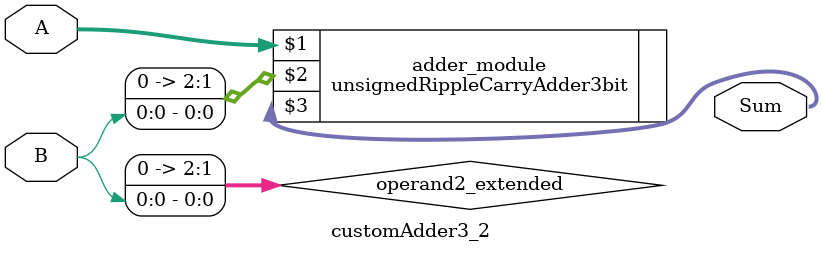
<source format=v>

module customAdder3_2(
                    input [2 : 0] A,
                    input [0 : 0] B,
                    
                    output [3 : 0] Sum
            );

    wire [2 : 0] operand2_extended;
    
    assign operand2_extended =  {2'b0, B};
    
    unsignedRippleCarryAdder3bit adder_module(
        A,
        operand2_extended,
        Sum
    );
    
endmodule
        
</source>
